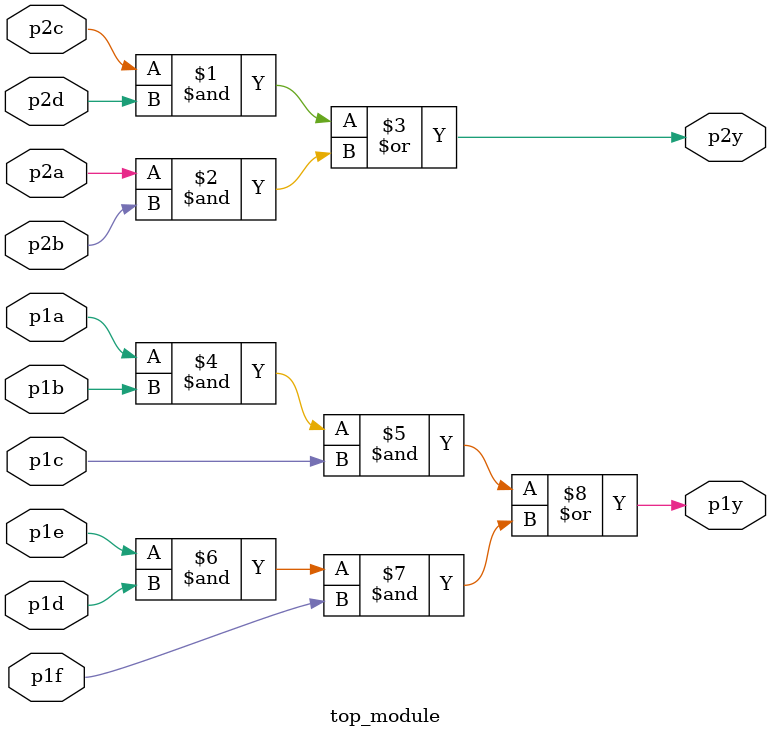
<source format=v>
module top_module ( 
    input p1a, p1b, p1c, p1d, p1e, p1f,
    output p1y,
    input p2a, p2b, p2c, p2d,
    output p2y );

    assign p2y = (p2c & p2d) | (p2a & p2b) ;
    assign p1y = (p1a & p1b & p1c) | (p1e & p1d & p1f) ;

endmodule

</source>
